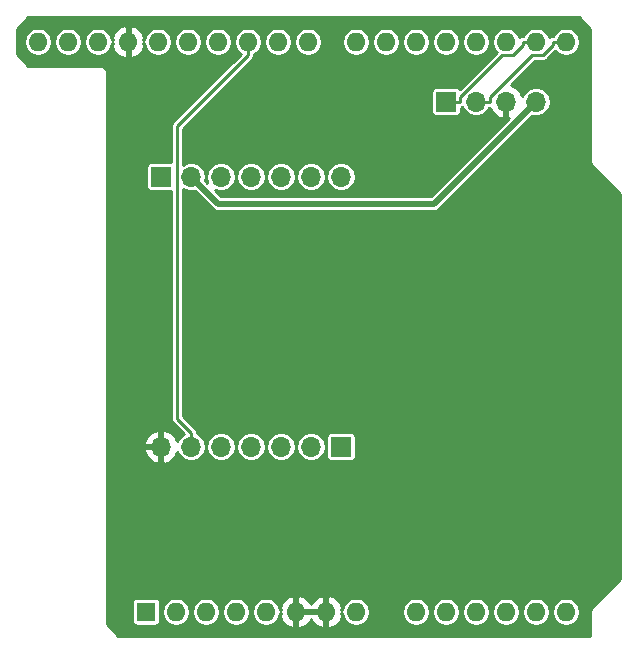
<source format=gbr>
G04 #@! TF.GenerationSoftware,KiCad,Pcbnew,5.0.2-bee76a0~70~ubuntu18.04.1*
G04 #@! TF.CreationDate,2019-01-17T16:48:38+08:00*
G04 #@! TF.ProjectId,inAir9B Shield,696e4169-7239-4422-9053-6869656c642e,rev?*
G04 #@! TF.SameCoordinates,Original*
G04 #@! TF.FileFunction,Copper,L2,Bot*
G04 #@! TF.FilePolarity,Positive*
%FSLAX46Y46*%
G04 Gerber Fmt 4.6, Leading zero omitted, Abs format (unit mm)*
G04 Created by KiCad (PCBNEW 5.0.2-bee76a0~70~ubuntu18.04.1) date Thu Jan 17 16:48:38 2019*
%MOMM*%
%LPD*%
G01*
G04 APERTURE LIST*
G04 #@! TA.AperFunction,ComponentPad*
%ADD10O,1.600000X1.600000*%
G04 #@! TD*
G04 #@! TA.AperFunction,ComponentPad*
%ADD11R,1.600000X1.600000*%
G04 #@! TD*
G04 #@! TA.AperFunction,ComponentPad*
%ADD12R,1.700000X1.700000*%
G04 #@! TD*
G04 #@! TA.AperFunction,ComponentPad*
%ADD13O,1.700000X1.700000*%
G04 #@! TD*
G04 #@! TA.AperFunction,ViaPad*
%ADD14C,0.800000*%
G04 #@! TD*
G04 #@! TA.AperFunction,Conductor*
%ADD15C,0.250000*%
G04 #@! TD*
G04 #@! TA.AperFunction,Conductor*
%ADD16C,0.500000*%
G04 #@! TD*
G04 #@! TA.AperFunction,Conductor*
%ADD17C,0.254000*%
G04 #@! TD*
G04 APERTURE END LIST*
D10*
G04 #@! TO.P,A1,32*
G04 #@! TO.N,Net-(A1-Pad32)*
X114050000Y-66040000D03*
G04 #@! TO.P,A1,31*
G04 #@! TO.N,Net-(A1-Pad31)*
X116590000Y-66040000D03*
D11*
G04 #@! TO.P,A1,1*
G04 #@! TO.N,Net-(A1-Pad1)*
X123190000Y-114300000D03*
D10*
G04 #@! TO.P,A1,17*
G04 #@! TO.N,/D0*
X153670000Y-66040000D03*
G04 #@! TO.P,A1,2*
G04 #@! TO.N,Net-(A1-Pad2)*
X125730000Y-114300000D03*
G04 #@! TO.P,A1,18*
G04 #@! TO.N,Net-(A1-Pad18)*
X151130000Y-66040000D03*
G04 #@! TO.P,A1,3*
G04 #@! TO.N,Net-(A1-Pad3)*
X128270000Y-114300000D03*
G04 #@! TO.P,A1,19*
G04 #@! TO.N,Net-(A1-Pad19)*
X148590000Y-66040000D03*
G04 #@! TO.P,A1,4*
G04 #@! TO.N,+3V3*
X130810000Y-114300000D03*
G04 #@! TO.P,A1,20*
G04 #@! TO.N,Net-(A1-Pad20)*
X146050000Y-66040000D03*
G04 #@! TO.P,A1,5*
G04 #@! TO.N,Net-(A1-Pad5)*
X133350000Y-114300000D03*
G04 #@! TO.P,A1,21*
G04 #@! TO.N,/D1*
X143510000Y-66040000D03*
G04 #@! TO.P,A1,6*
G04 #@! TO.N,GND*
X135890000Y-114300000D03*
G04 #@! TO.P,A1,22*
G04 #@! TO.N,/D2*
X140970000Y-66040000D03*
G04 #@! TO.P,A1,7*
G04 #@! TO.N,GND*
X138430000Y-114300000D03*
G04 #@! TO.P,A1,23*
G04 #@! TO.N,Net-(A1-Pad23)*
X136910000Y-66040000D03*
G04 #@! TO.P,A1,8*
G04 #@! TO.N,Net-(A1-Pad8)*
X140970000Y-114300000D03*
G04 #@! TO.P,A1,24*
G04 #@! TO.N,/RST*
X134370000Y-66040000D03*
G04 #@! TO.P,A1,9*
G04 #@! TO.N,Net-(A1-Pad9)*
X146050000Y-114300000D03*
G04 #@! TO.P,A1,25*
G04 #@! TO.N,/CS*
X131830000Y-66040000D03*
G04 #@! TO.P,A1,10*
G04 #@! TO.N,Net-(A1-Pad10)*
X148590000Y-114300000D03*
G04 #@! TO.P,A1,26*
G04 #@! TO.N,/MOSI*
X129290000Y-66040000D03*
G04 #@! TO.P,A1,11*
G04 #@! TO.N,Net-(A1-Pad11)*
X151130000Y-114300000D03*
G04 #@! TO.P,A1,27*
G04 #@! TO.N,/MISO*
X126750000Y-66040000D03*
G04 #@! TO.P,A1,12*
G04 #@! TO.N,Net-(A1-Pad12)*
X153670000Y-114300000D03*
G04 #@! TO.P,A1,28*
G04 #@! TO.N,/SCK*
X124210000Y-66040000D03*
G04 #@! TO.P,A1,13*
G04 #@! TO.N,Net-(A1-Pad13)*
X156210000Y-114300000D03*
G04 #@! TO.P,A1,29*
G04 #@! TO.N,GND*
X121670000Y-66040000D03*
G04 #@! TO.P,A1,14*
G04 #@! TO.N,Net-(A1-Pad14)*
X158750000Y-114300000D03*
G04 #@! TO.P,A1,30*
G04 #@! TO.N,Net-(A1-Pad30)*
X119130000Y-66040000D03*
G04 #@! TO.P,A1,15*
G04 #@! TO.N,Net-(A1-Pad15)*
X158750000Y-66040000D03*
G04 #@! TO.P,A1,16*
G04 #@! TO.N,Net-(A1-Pad16)*
X156210000Y-66040000D03*
G04 #@! TD*
D12*
G04 #@! TO.P,J1,1*
G04 #@! TO.N,Net-(A1-Pad16)*
X148590000Y-71120000D03*
D13*
G04 #@! TO.P,J1,2*
G04 #@! TO.N,Net-(A1-Pad15)*
X151130000Y-71120000D03*
G04 #@! TO.P,J1,3*
G04 #@! TO.N,GND*
X153670000Y-71120000D03*
G04 #@! TO.P,J1,4*
G04 #@! TO.N,+3V3*
X156210000Y-71120000D03*
G04 #@! TD*
G04 #@! TO.P,J2,7*
G04 #@! TO.N,GND*
X124460000Y-100330000D03*
G04 #@! TO.P,J2,6*
G04 #@! TO.N,/CS*
X127000000Y-100330000D03*
G04 #@! TO.P,J2,5*
G04 #@! TO.N,Net-(J2-Pad5)*
X129540000Y-100330000D03*
G04 #@! TO.P,J2,4*
G04 #@! TO.N,/RST*
X132080000Y-100330000D03*
G04 #@! TO.P,J2,3*
G04 #@! TO.N,/D0*
X134620000Y-100330000D03*
G04 #@! TO.P,J2,2*
G04 #@! TO.N,/D1*
X137160000Y-100330000D03*
D12*
G04 #@! TO.P,J2,1*
G04 #@! TO.N,/D2*
X139700000Y-100330000D03*
G04 #@! TD*
G04 #@! TO.P,J3,1*
G04 #@! TO.N,Net-(J3-Pad1)*
X124460000Y-77470000D03*
D13*
G04 #@! TO.P,J3,2*
G04 #@! TO.N,+3V3*
X127000000Y-77470000D03*
G04 #@! TO.P,J3,3*
G04 #@! TO.N,/SCK*
X129540000Y-77470000D03*
G04 #@! TO.P,J3,4*
G04 #@! TO.N,/MISO*
X132080000Y-77470000D03*
G04 #@! TO.P,J3,5*
G04 #@! TO.N,/MOSI*
X134620000Y-77470000D03*
G04 #@! TO.P,J3,6*
G04 #@! TO.N,Net-(J3-Pad6)*
X137160000Y-77470000D03*
G04 #@! TO.P,J3,7*
G04 #@! TO.N,Net-(J3-Pad7)*
X139700000Y-77470000D03*
G04 #@! TD*
D14*
G04 #@! TO.N,GND*
X137160000Y-87630000D03*
X139700000Y-87630000D03*
X142240000Y-87630000D03*
X137160000Y-72390000D03*
X149860000Y-75946000D03*
X139700000Y-72390000D03*
X154940000Y-74930000D03*
G04 #@! TD*
D15*
G04 #@! TO.N,+3V3*
X127000000Y-77470000D02*
X127588000Y-77470000D01*
D16*
X127000000Y-77470000D02*
X129286000Y-79756000D01*
X155360001Y-71969999D02*
X156210000Y-71120000D01*
X147574000Y-79756000D02*
X155360001Y-71969999D01*
X129286000Y-79756000D02*
X147574000Y-79756000D01*
D15*
G04 #@! TO.N,/CS*
X127000000Y-100330000D02*
X127000000Y-99154700D01*
X127000000Y-99154700D02*
X125806000Y-97960700D01*
X125806000Y-97960700D02*
X125806000Y-73189300D01*
X125806000Y-73189300D02*
X131830000Y-67165300D01*
X131830000Y-67165300D02*
X131830000Y-66040000D01*
G04 #@! TO.N,Net-(A1-Pad15)*
X151130000Y-71120000D02*
X152305000Y-71120000D01*
X152305000Y-71120000D02*
X152305000Y-70752600D01*
X152305000Y-70752600D02*
X155893000Y-67165300D01*
X155893000Y-67165300D02*
X156781000Y-67165300D01*
X156781000Y-67165300D02*
X157625000Y-66321400D01*
X157625000Y-66321400D02*
X157625000Y-66040000D01*
X157625000Y-66040000D02*
X158750000Y-66040000D01*
G04 #@! TO.N,Net-(A1-Pad16)*
X148590000Y-71120000D02*
X149765000Y-71120000D01*
X149765000Y-71120000D02*
X149765000Y-70752600D01*
X149765000Y-70752600D02*
X153353000Y-67165300D01*
X153353000Y-67165300D02*
X154241000Y-67165300D01*
X154241000Y-67165300D02*
X155085000Y-66321400D01*
X155085000Y-66321400D02*
X155085000Y-66040000D01*
X155085000Y-66040000D02*
X156210000Y-66040000D01*
G04 #@! TD*
D17*
G04 #@! TO.N,GND*
G36*
X160809001Y-64969237D02*
X160809000Y-76152631D01*
X160799578Y-76200000D01*
X160809000Y-76247369D01*
X160809000Y-76247372D01*
X160836908Y-76387676D01*
X160943219Y-76546781D01*
X160983380Y-76573616D01*
X163349001Y-78939237D01*
X163349000Y-111560764D01*
X160983378Y-113926386D01*
X160943220Y-113953219D01*
X160916387Y-113993377D01*
X160916384Y-113993380D01*
X160836908Y-114112324D01*
X160799578Y-114300000D01*
X160809001Y-114347374D01*
X160809000Y-116359000D01*
X120849236Y-116359000D01*
X119861000Y-115370764D01*
X119861000Y-113500000D01*
X122001536Y-113500000D01*
X122001536Y-115100000D01*
X122031106Y-115248659D01*
X122115314Y-115374686D01*
X122241341Y-115458894D01*
X122390000Y-115488464D01*
X123990000Y-115488464D01*
X124138659Y-115458894D01*
X124264686Y-115374686D01*
X124348894Y-115248659D01*
X124378464Y-115100000D01*
X124378464Y-114300000D01*
X124525863Y-114300000D01*
X124617522Y-114760803D01*
X124878547Y-115151453D01*
X125269197Y-115412478D01*
X125613682Y-115481000D01*
X125846318Y-115481000D01*
X126190803Y-115412478D01*
X126581453Y-115151453D01*
X126842478Y-114760803D01*
X126934137Y-114300000D01*
X127065863Y-114300000D01*
X127157522Y-114760803D01*
X127418547Y-115151453D01*
X127809197Y-115412478D01*
X128153682Y-115481000D01*
X128386318Y-115481000D01*
X128730803Y-115412478D01*
X129121453Y-115151453D01*
X129382478Y-114760803D01*
X129474137Y-114300000D01*
X129605863Y-114300000D01*
X129697522Y-114760803D01*
X129958547Y-115151453D01*
X130349197Y-115412478D01*
X130693682Y-115481000D01*
X130926318Y-115481000D01*
X131270803Y-115412478D01*
X131661453Y-115151453D01*
X131922478Y-114760803D01*
X132014137Y-114300000D01*
X132145863Y-114300000D01*
X132237522Y-114760803D01*
X132498547Y-115151453D01*
X132889197Y-115412478D01*
X133233682Y-115481000D01*
X133466318Y-115481000D01*
X133810803Y-115412478D01*
X134201453Y-115151453D01*
X134462478Y-114760803D01*
X134528875Y-114427002D01*
X134619370Y-114427002D01*
X134498086Y-114649041D01*
X134737611Y-115155134D01*
X135152577Y-115531041D01*
X135540961Y-115691904D01*
X135763000Y-115569915D01*
X135763000Y-114427000D01*
X136017000Y-114427000D01*
X136017000Y-115569915D01*
X136239039Y-115691904D01*
X136627423Y-115531041D01*
X137042389Y-115155134D01*
X137160000Y-114906633D01*
X137277611Y-115155134D01*
X137692577Y-115531041D01*
X138080961Y-115691904D01*
X138303000Y-115569915D01*
X138303000Y-114427000D01*
X136017000Y-114427000D01*
X135763000Y-114427000D01*
X135743000Y-114427000D01*
X135743000Y-114173000D01*
X135763000Y-114173000D01*
X135763000Y-113030085D01*
X136017000Y-113030085D01*
X136017000Y-114173000D01*
X138303000Y-114173000D01*
X138303000Y-113030085D01*
X138557000Y-113030085D01*
X138557000Y-114173000D01*
X138577000Y-114173000D01*
X138577000Y-114427000D01*
X138557000Y-114427000D01*
X138557000Y-115569915D01*
X138779039Y-115691904D01*
X139167423Y-115531041D01*
X139582389Y-115155134D01*
X139821914Y-114649041D01*
X139700630Y-114427002D01*
X139791125Y-114427002D01*
X139857522Y-114760803D01*
X140118547Y-115151453D01*
X140509197Y-115412478D01*
X140853682Y-115481000D01*
X141086318Y-115481000D01*
X141430803Y-115412478D01*
X141821453Y-115151453D01*
X142082478Y-114760803D01*
X142174137Y-114300000D01*
X144845863Y-114300000D01*
X144937522Y-114760803D01*
X145198547Y-115151453D01*
X145589197Y-115412478D01*
X145933682Y-115481000D01*
X146166318Y-115481000D01*
X146510803Y-115412478D01*
X146901453Y-115151453D01*
X147162478Y-114760803D01*
X147254137Y-114300000D01*
X147385863Y-114300000D01*
X147477522Y-114760803D01*
X147738547Y-115151453D01*
X148129197Y-115412478D01*
X148473682Y-115481000D01*
X148706318Y-115481000D01*
X149050803Y-115412478D01*
X149441453Y-115151453D01*
X149702478Y-114760803D01*
X149794137Y-114300000D01*
X149925863Y-114300000D01*
X150017522Y-114760803D01*
X150278547Y-115151453D01*
X150669197Y-115412478D01*
X151013682Y-115481000D01*
X151246318Y-115481000D01*
X151590803Y-115412478D01*
X151981453Y-115151453D01*
X152242478Y-114760803D01*
X152334137Y-114300000D01*
X152465863Y-114300000D01*
X152557522Y-114760803D01*
X152818547Y-115151453D01*
X153209197Y-115412478D01*
X153553682Y-115481000D01*
X153786318Y-115481000D01*
X154130803Y-115412478D01*
X154521453Y-115151453D01*
X154782478Y-114760803D01*
X154874137Y-114300000D01*
X155005863Y-114300000D01*
X155097522Y-114760803D01*
X155358547Y-115151453D01*
X155749197Y-115412478D01*
X156093682Y-115481000D01*
X156326318Y-115481000D01*
X156670803Y-115412478D01*
X157061453Y-115151453D01*
X157322478Y-114760803D01*
X157414137Y-114300000D01*
X157545863Y-114300000D01*
X157637522Y-114760803D01*
X157898547Y-115151453D01*
X158289197Y-115412478D01*
X158633682Y-115481000D01*
X158866318Y-115481000D01*
X159210803Y-115412478D01*
X159601453Y-115151453D01*
X159862478Y-114760803D01*
X159954137Y-114300000D01*
X159862478Y-113839197D01*
X159601453Y-113448547D01*
X159210803Y-113187522D01*
X158866318Y-113119000D01*
X158633682Y-113119000D01*
X158289197Y-113187522D01*
X157898547Y-113448547D01*
X157637522Y-113839197D01*
X157545863Y-114300000D01*
X157414137Y-114300000D01*
X157322478Y-113839197D01*
X157061453Y-113448547D01*
X156670803Y-113187522D01*
X156326318Y-113119000D01*
X156093682Y-113119000D01*
X155749197Y-113187522D01*
X155358547Y-113448547D01*
X155097522Y-113839197D01*
X155005863Y-114300000D01*
X154874137Y-114300000D01*
X154782478Y-113839197D01*
X154521453Y-113448547D01*
X154130803Y-113187522D01*
X153786318Y-113119000D01*
X153553682Y-113119000D01*
X153209197Y-113187522D01*
X152818547Y-113448547D01*
X152557522Y-113839197D01*
X152465863Y-114300000D01*
X152334137Y-114300000D01*
X152242478Y-113839197D01*
X151981453Y-113448547D01*
X151590803Y-113187522D01*
X151246318Y-113119000D01*
X151013682Y-113119000D01*
X150669197Y-113187522D01*
X150278547Y-113448547D01*
X150017522Y-113839197D01*
X149925863Y-114300000D01*
X149794137Y-114300000D01*
X149702478Y-113839197D01*
X149441453Y-113448547D01*
X149050803Y-113187522D01*
X148706318Y-113119000D01*
X148473682Y-113119000D01*
X148129197Y-113187522D01*
X147738547Y-113448547D01*
X147477522Y-113839197D01*
X147385863Y-114300000D01*
X147254137Y-114300000D01*
X147162478Y-113839197D01*
X146901453Y-113448547D01*
X146510803Y-113187522D01*
X146166318Y-113119000D01*
X145933682Y-113119000D01*
X145589197Y-113187522D01*
X145198547Y-113448547D01*
X144937522Y-113839197D01*
X144845863Y-114300000D01*
X142174137Y-114300000D01*
X142082478Y-113839197D01*
X141821453Y-113448547D01*
X141430803Y-113187522D01*
X141086318Y-113119000D01*
X140853682Y-113119000D01*
X140509197Y-113187522D01*
X140118547Y-113448547D01*
X139857522Y-113839197D01*
X139791125Y-114172998D01*
X139700630Y-114172998D01*
X139821914Y-113950959D01*
X139582389Y-113444866D01*
X139167423Y-113068959D01*
X138779039Y-112908096D01*
X138557000Y-113030085D01*
X138303000Y-113030085D01*
X138080961Y-112908096D01*
X137692577Y-113068959D01*
X137277611Y-113444866D01*
X137160000Y-113693367D01*
X137042389Y-113444866D01*
X136627423Y-113068959D01*
X136239039Y-112908096D01*
X136017000Y-113030085D01*
X135763000Y-113030085D01*
X135540961Y-112908096D01*
X135152577Y-113068959D01*
X134737611Y-113444866D01*
X134498086Y-113950959D01*
X134619370Y-114172998D01*
X134528875Y-114172998D01*
X134462478Y-113839197D01*
X134201453Y-113448547D01*
X133810803Y-113187522D01*
X133466318Y-113119000D01*
X133233682Y-113119000D01*
X132889197Y-113187522D01*
X132498547Y-113448547D01*
X132237522Y-113839197D01*
X132145863Y-114300000D01*
X132014137Y-114300000D01*
X131922478Y-113839197D01*
X131661453Y-113448547D01*
X131270803Y-113187522D01*
X130926318Y-113119000D01*
X130693682Y-113119000D01*
X130349197Y-113187522D01*
X129958547Y-113448547D01*
X129697522Y-113839197D01*
X129605863Y-114300000D01*
X129474137Y-114300000D01*
X129382478Y-113839197D01*
X129121453Y-113448547D01*
X128730803Y-113187522D01*
X128386318Y-113119000D01*
X128153682Y-113119000D01*
X127809197Y-113187522D01*
X127418547Y-113448547D01*
X127157522Y-113839197D01*
X127065863Y-114300000D01*
X126934137Y-114300000D01*
X126842478Y-113839197D01*
X126581453Y-113448547D01*
X126190803Y-113187522D01*
X125846318Y-113119000D01*
X125613682Y-113119000D01*
X125269197Y-113187522D01*
X124878547Y-113448547D01*
X124617522Y-113839197D01*
X124525863Y-114300000D01*
X124378464Y-114300000D01*
X124378464Y-113500000D01*
X124348894Y-113351341D01*
X124264686Y-113225314D01*
X124138659Y-113141106D01*
X123990000Y-113111536D01*
X122390000Y-113111536D01*
X122241341Y-113141106D01*
X122115314Y-113225314D01*
X122031106Y-113351341D01*
X122001536Y-113500000D01*
X119861000Y-113500000D01*
X119861000Y-100686892D01*
X123018514Y-100686892D01*
X123264817Y-101211358D01*
X123693076Y-101601645D01*
X124103110Y-101771476D01*
X124333000Y-101650155D01*
X124333000Y-100457000D01*
X123139181Y-100457000D01*
X123018514Y-100686892D01*
X119861000Y-100686892D01*
X119861000Y-99973108D01*
X123018514Y-99973108D01*
X123139181Y-100203000D01*
X124333000Y-100203000D01*
X124333000Y-99009845D01*
X124103110Y-98888524D01*
X123693076Y-99058355D01*
X123264817Y-99448642D01*
X123018514Y-99973108D01*
X119861000Y-99973108D01*
X119861000Y-76620000D01*
X123221536Y-76620000D01*
X123221536Y-78320000D01*
X123251106Y-78468659D01*
X123335314Y-78594686D01*
X123461341Y-78678894D01*
X123610000Y-78708464D01*
X125300001Y-78708464D01*
X125300000Y-97910866D01*
X125290087Y-97960700D01*
X125300000Y-98010534D01*
X125329359Y-98158130D01*
X125441194Y-98325506D01*
X125483447Y-98353738D01*
X126388074Y-99258366D01*
X126112499Y-99442499D01*
X125842245Y-99846963D01*
X125655183Y-99448642D01*
X125226924Y-99058355D01*
X124816890Y-98888524D01*
X124587000Y-99009845D01*
X124587000Y-100203000D01*
X124607000Y-100203000D01*
X124607000Y-100457000D01*
X124587000Y-100457000D01*
X124587000Y-101650155D01*
X124816890Y-101771476D01*
X125226924Y-101601645D01*
X125655183Y-101211358D01*
X125842245Y-100813037D01*
X126112499Y-101217501D01*
X126519688Y-101489576D01*
X126878761Y-101561000D01*
X127121239Y-101561000D01*
X127480312Y-101489576D01*
X127887501Y-101217501D01*
X128159576Y-100810312D01*
X128255116Y-100330000D01*
X128284884Y-100330000D01*
X128380424Y-100810312D01*
X128652499Y-101217501D01*
X129059688Y-101489576D01*
X129418761Y-101561000D01*
X129661239Y-101561000D01*
X130020312Y-101489576D01*
X130427501Y-101217501D01*
X130699576Y-100810312D01*
X130795116Y-100330000D01*
X130824884Y-100330000D01*
X130920424Y-100810312D01*
X131192499Y-101217501D01*
X131599688Y-101489576D01*
X131958761Y-101561000D01*
X132201239Y-101561000D01*
X132560312Y-101489576D01*
X132967501Y-101217501D01*
X133239576Y-100810312D01*
X133335116Y-100330000D01*
X133364884Y-100330000D01*
X133460424Y-100810312D01*
X133732499Y-101217501D01*
X134139688Y-101489576D01*
X134498761Y-101561000D01*
X134741239Y-101561000D01*
X135100312Y-101489576D01*
X135507501Y-101217501D01*
X135779576Y-100810312D01*
X135875116Y-100330000D01*
X135904884Y-100330000D01*
X136000424Y-100810312D01*
X136272499Y-101217501D01*
X136679688Y-101489576D01*
X137038761Y-101561000D01*
X137281239Y-101561000D01*
X137640312Y-101489576D01*
X138047501Y-101217501D01*
X138319576Y-100810312D01*
X138415116Y-100330000D01*
X138319576Y-99849688D01*
X138072559Y-99480000D01*
X138461536Y-99480000D01*
X138461536Y-101180000D01*
X138491106Y-101328659D01*
X138575314Y-101454686D01*
X138701341Y-101538894D01*
X138850000Y-101568464D01*
X140550000Y-101568464D01*
X140698659Y-101538894D01*
X140824686Y-101454686D01*
X140908894Y-101328659D01*
X140938464Y-101180000D01*
X140938464Y-99480000D01*
X140908894Y-99331341D01*
X140824686Y-99205314D01*
X140698659Y-99121106D01*
X140550000Y-99091536D01*
X138850000Y-99091536D01*
X138701341Y-99121106D01*
X138575314Y-99205314D01*
X138491106Y-99331341D01*
X138461536Y-99480000D01*
X138072559Y-99480000D01*
X138047501Y-99442499D01*
X137640312Y-99170424D01*
X137281239Y-99099000D01*
X137038761Y-99099000D01*
X136679688Y-99170424D01*
X136272499Y-99442499D01*
X136000424Y-99849688D01*
X135904884Y-100330000D01*
X135875116Y-100330000D01*
X135779576Y-99849688D01*
X135507501Y-99442499D01*
X135100312Y-99170424D01*
X134741239Y-99099000D01*
X134498761Y-99099000D01*
X134139688Y-99170424D01*
X133732499Y-99442499D01*
X133460424Y-99849688D01*
X133364884Y-100330000D01*
X133335116Y-100330000D01*
X133239576Y-99849688D01*
X132967501Y-99442499D01*
X132560312Y-99170424D01*
X132201239Y-99099000D01*
X131958761Y-99099000D01*
X131599688Y-99170424D01*
X131192499Y-99442499D01*
X130920424Y-99849688D01*
X130824884Y-100330000D01*
X130795116Y-100330000D01*
X130699576Y-99849688D01*
X130427501Y-99442499D01*
X130020312Y-99170424D01*
X129661239Y-99099000D01*
X129418761Y-99099000D01*
X129059688Y-99170424D01*
X128652499Y-99442499D01*
X128380424Y-99849688D01*
X128284884Y-100330000D01*
X128255116Y-100330000D01*
X128159576Y-99849688D01*
X127887501Y-99442499D01*
X127508975Y-99189576D01*
X127515913Y-99154700D01*
X127504833Y-99099000D01*
X127476641Y-98957269D01*
X127364806Y-98789894D01*
X127322555Y-98761663D01*
X126312000Y-97751109D01*
X126312000Y-78490803D01*
X126519688Y-78629576D01*
X126878761Y-78701000D01*
X127121239Y-78701000D01*
X127302564Y-78664932D01*
X128795869Y-80158238D01*
X128831074Y-80210926D01*
X129039796Y-80350389D01*
X129223852Y-80387000D01*
X129285999Y-80399362D01*
X129348146Y-80387000D01*
X147511852Y-80387000D01*
X147574000Y-80399362D01*
X147636148Y-80387000D01*
X147820204Y-80350389D01*
X148028926Y-80210926D01*
X148064133Y-80158235D01*
X155850130Y-72372239D01*
X155850132Y-72372236D01*
X155907436Y-72314932D01*
X156088761Y-72351000D01*
X156331239Y-72351000D01*
X156690312Y-72279576D01*
X157097501Y-72007501D01*
X157369576Y-71600312D01*
X157465116Y-71120000D01*
X157369576Y-70639688D01*
X157097501Y-70232499D01*
X156690312Y-69960424D01*
X156331239Y-69889000D01*
X156088761Y-69889000D01*
X155729688Y-69960424D01*
X155322499Y-70232499D01*
X155052245Y-70636963D01*
X154865183Y-70238642D01*
X154436924Y-69848355D01*
X154075012Y-69698456D01*
X156102563Y-67671300D01*
X156731150Y-67671300D01*
X156780970Y-67681213D01*
X156830820Y-67671300D01*
X156830835Y-67671300D01*
X156883584Y-67660808D01*
X156978403Y-67641952D01*
X156978415Y-67641944D01*
X156978431Y-67641941D01*
X157076683Y-67576292D01*
X157103534Y-67558353D01*
X157103540Y-67558347D01*
X157145806Y-67530106D01*
X157174030Y-67487866D01*
X157847268Y-66814708D01*
X157898547Y-66891453D01*
X158289197Y-67152478D01*
X158633682Y-67221000D01*
X158866318Y-67221000D01*
X159210803Y-67152478D01*
X159601453Y-66891453D01*
X159862478Y-66500803D01*
X159954137Y-66040000D01*
X159862478Y-65579197D01*
X159601453Y-65188547D01*
X159210803Y-64927522D01*
X158866318Y-64859000D01*
X158633682Y-64859000D01*
X158289197Y-64927522D01*
X157898547Y-65188547D01*
X157668556Y-65532751D01*
X157625000Y-65524087D01*
X157575165Y-65534000D01*
X157427569Y-65563359D01*
X157332026Y-65627198D01*
X157322478Y-65579197D01*
X157061453Y-65188547D01*
X156670803Y-64927522D01*
X156326318Y-64859000D01*
X156093682Y-64859000D01*
X155749197Y-64927522D01*
X155358547Y-65188547D01*
X155128556Y-65532751D01*
X155085000Y-65524087D01*
X155035165Y-65534000D01*
X154887569Y-65563359D01*
X154792026Y-65627198D01*
X154782478Y-65579197D01*
X154521453Y-65188547D01*
X154130803Y-64927522D01*
X153786318Y-64859000D01*
X153553682Y-64859000D01*
X153209197Y-64927522D01*
X152818547Y-65188547D01*
X152557522Y-65579197D01*
X152465863Y-66040000D01*
X152557522Y-66500803D01*
X152818547Y-66891453D01*
X152874107Y-66928577D01*
X149751566Y-70050510D01*
X149714686Y-69995314D01*
X149588659Y-69911106D01*
X149440000Y-69881536D01*
X147740000Y-69881536D01*
X147591341Y-69911106D01*
X147465314Y-69995314D01*
X147381106Y-70121341D01*
X147351536Y-70270000D01*
X147351536Y-71970000D01*
X147381106Y-72118659D01*
X147465314Y-72244686D01*
X147591341Y-72328894D01*
X147740000Y-72358464D01*
X149440000Y-72358464D01*
X149588659Y-72328894D01*
X149714686Y-72244686D01*
X149798894Y-72118659D01*
X149828464Y-71970000D01*
X149828464Y-71623289D01*
X149962431Y-71596641D01*
X149968842Y-71592358D01*
X149970424Y-71600312D01*
X150242499Y-72007501D01*
X150649688Y-72279576D01*
X151008761Y-72351000D01*
X151251239Y-72351000D01*
X151610312Y-72279576D01*
X152017501Y-72007501D01*
X152270388Y-71629028D01*
X152303008Y-71635517D01*
X152474817Y-72001358D01*
X152903076Y-72391645D01*
X153313110Y-72561476D01*
X153543000Y-72440155D01*
X153543000Y-71247000D01*
X153523000Y-71247000D01*
X153523000Y-70993000D01*
X153543000Y-70993000D01*
X153543000Y-70973000D01*
X153797000Y-70973000D01*
X153797000Y-70993000D01*
X153817000Y-70993000D01*
X153817000Y-71247000D01*
X153797000Y-71247000D01*
X153797000Y-72440155D01*
X153928224Y-72509407D01*
X147312632Y-79125000D01*
X129547369Y-79125000D01*
X129036352Y-78613984D01*
X129059688Y-78629576D01*
X129418761Y-78701000D01*
X129661239Y-78701000D01*
X130020312Y-78629576D01*
X130427501Y-78357501D01*
X130699576Y-77950312D01*
X130795116Y-77470000D01*
X130824884Y-77470000D01*
X130920424Y-77950312D01*
X131192499Y-78357501D01*
X131599688Y-78629576D01*
X131958761Y-78701000D01*
X132201239Y-78701000D01*
X132560312Y-78629576D01*
X132967501Y-78357501D01*
X133239576Y-77950312D01*
X133335116Y-77470000D01*
X133364884Y-77470000D01*
X133460424Y-77950312D01*
X133732499Y-78357501D01*
X134139688Y-78629576D01*
X134498761Y-78701000D01*
X134741239Y-78701000D01*
X135100312Y-78629576D01*
X135507501Y-78357501D01*
X135779576Y-77950312D01*
X135875116Y-77470000D01*
X135904884Y-77470000D01*
X136000424Y-77950312D01*
X136272499Y-78357501D01*
X136679688Y-78629576D01*
X137038761Y-78701000D01*
X137281239Y-78701000D01*
X137640312Y-78629576D01*
X138047501Y-78357501D01*
X138319576Y-77950312D01*
X138415116Y-77470000D01*
X138444884Y-77470000D01*
X138540424Y-77950312D01*
X138812499Y-78357501D01*
X139219688Y-78629576D01*
X139578761Y-78701000D01*
X139821239Y-78701000D01*
X140180312Y-78629576D01*
X140587501Y-78357501D01*
X140859576Y-77950312D01*
X140955116Y-77470000D01*
X140859576Y-76989688D01*
X140587501Y-76582499D01*
X140180312Y-76310424D01*
X139821239Y-76239000D01*
X139578761Y-76239000D01*
X139219688Y-76310424D01*
X138812499Y-76582499D01*
X138540424Y-76989688D01*
X138444884Y-77470000D01*
X138415116Y-77470000D01*
X138319576Y-76989688D01*
X138047501Y-76582499D01*
X137640312Y-76310424D01*
X137281239Y-76239000D01*
X137038761Y-76239000D01*
X136679688Y-76310424D01*
X136272499Y-76582499D01*
X136000424Y-76989688D01*
X135904884Y-77470000D01*
X135875116Y-77470000D01*
X135779576Y-76989688D01*
X135507501Y-76582499D01*
X135100312Y-76310424D01*
X134741239Y-76239000D01*
X134498761Y-76239000D01*
X134139688Y-76310424D01*
X133732499Y-76582499D01*
X133460424Y-76989688D01*
X133364884Y-77470000D01*
X133335116Y-77470000D01*
X133239576Y-76989688D01*
X132967501Y-76582499D01*
X132560312Y-76310424D01*
X132201239Y-76239000D01*
X131958761Y-76239000D01*
X131599688Y-76310424D01*
X131192499Y-76582499D01*
X130920424Y-76989688D01*
X130824884Y-77470000D01*
X130795116Y-77470000D01*
X130699576Y-76989688D01*
X130427501Y-76582499D01*
X130020312Y-76310424D01*
X129661239Y-76239000D01*
X129418761Y-76239000D01*
X129059688Y-76310424D01*
X128652499Y-76582499D01*
X128380424Y-76989688D01*
X128284884Y-77470000D01*
X128380424Y-77950312D01*
X128396017Y-77973649D01*
X128194932Y-77772564D01*
X128255116Y-77470000D01*
X128159576Y-76989688D01*
X127887501Y-76582499D01*
X127480312Y-76310424D01*
X127121239Y-76239000D01*
X126878761Y-76239000D01*
X126519688Y-76310424D01*
X126312000Y-76449197D01*
X126312000Y-73398891D01*
X132152556Y-67558336D01*
X132194806Y-67530106D01*
X132306641Y-67362731D01*
X132336000Y-67215135D01*
X132336000Y-67215134D01*
X132345913Y-67165301D01*
X132337196Y-67121479D01*
X132681453Y-66891453D01*
X132942478Y-66500803D01*
X133034137Y-66040000D01*
X133165863Y-66040000D01*
X133257522Y-66500803D01*
X133518547Y-66891453D01*
X133909197Y-67152478D01*
X134253682Y-67221000D01*
X134486318Y-67221000D01*
X134830803Y-67152478D01*
X135221453Y-66891453D01*
X135482478Y-66500803D01*
X135574137Y-66040000D01*
X135705863Y-66040000D01*
X135797522Y-66500803D01*
X136058547Y-66891453D01*
X136449197Y-67152478D01*
X136793682Y-67221000D01*
X137026318Y-67221000D01*
X137370803Y-67152478D01*
X137761453Y-66891453D01*
X138022478Y-66500803D01*
X138114137Y-66040000D01*
X139765863Y-66040000D01*
X139857522Y-66500803D01*
X140118547Y-66891453D01*
X140509197Y-67152478D01*
X140853682Y-67221000D01*
X141086318Y-67221000D01*
X141430803Y-67152478D01*
X141821453Y-66891453D01*
X142082478Y-66500803D01*
X142174137Y-66040000D01*
X142305863Y-66040000D01*
X142397522Y-66500803D01*
X142658547Y-66891453D01*
X143049197Y-67152478D01*
X143393682Y-67221000D01*
X143626318Y-67221000D01*
X143970803Y-67152478D01*
X144361453Y-66891453D01*
X144622478Y-66500803D01*
X144714137Y-66040000D01*
X144845863Y-66040000D01*
X144937522Y-66500803D01*
X145198547Y-66891453D01*
X145589197Y-67152478D01*
X145933682Y-67221000D01*
X146166318Y-67221000D01*
X146510803Y-67152478D01*
X146901453Y-66891453D01*
X147162478Y-66500803D01*
X147254137Y-66040000D01*
X147385863Y-66040000D01*
X147477522Y-66500803D01*
X147738547Y-66891453D01*
X148129197Y-67152478D01*
X148473682Y-67221000D01*
X148706318Y-67221000D01*
X149050803Y-67152478D01*
X149441453Y-66891453D01*
X149702478Y-66500803D01*
X149794137Y-66040000D01*
X149925863Y-66040000D01*
X150017522Y-66500803D01*
X150278547Y-66891453D01*
X150669197Y-67152478D01*
X151013682Y-67221000D01*
X151246318Y-67221000D01*
X151590803Y-67152478D01*
X151981453Y-66891453D01*
X152242478Y-66500803D01*
X152334137Y-66040000D01*
X152242478Y-65579197D01*
X151981453Y-65188547D01*
X151590803Y-64927522D01*
X151246318Y-64859000D01*
X151013682Y-64859000D01*
X150669197Y-64927522D01*
X150278547Y-65188547D01*
X150017522Y-65579197D01*
X149925863Y-66040000D01*
X149794137Y-66040000D01*
X149702478Y-65579197D01*
X149441453Y-65188547D01*
X149050803Y-64927522D01*
X148706318Y-64859000D01*
X148473682Y-64859000D01*
X148129197Y-64927522D01*
X147738547Y-65188547D01*
X147477522Y-65579197D01*
X147385863Y-66040000D01*
X147254137Y-66040000D01*
X147162478Y-65579197D01*
X146901453Y-65188547D01*
X146510803Y-64927522D01*
X146166318Y-64859000D01*
X145933682Y-64859000D01*
X145589197Y-64927522D01*
X145198547Y-65188547D01*
X144937522Y-65579197D01*
X144845863Y-66040000D01*
X144714137Y-66040000D01*
X144622478Y-65579197D01*
X144361453Y-65188547D01*
X143970803Y-64927522D01*
X143626318Y-64859000D01*
X143393682Y-64859000D01*
X143049197Y-64927522D01*
X142658547Y-65188547D01*
X142397522Y-65579197D01*
X142305863Y-66040000D01*
X142174137Y-66040000D01*
X142082478Y-65579197D01*
X141821453Y-65188547D01*
X141430803Y-64927522D01*
X141086318Y-64859000D01*
X140853682Y-64859000D01*
X140509197Y-64927522D01*
X140118547Y-65188547D01*
X139857522Y-65579197D01*
X139765863Y-66040000D01*
X138114137Y-66040000D01*
X138022478Y-65579197D01*
X137761453Y-65188547D01*
X137370803Y-64927522D01*
X137026318Y-64859000D01*
X136793682Y-64859000D01*
X136449197Y-64927522D01*
X136058547Y-65188547D01*
X135797522Y-65579197D01*
X135705863Y-66040000D01*
X135574137Y-66040000D01*
X135482478Y-65579197D01*
X135221453Y-65188547D01*
X134830803Y-64927522D01*
X134486318Y-64859000D01*
X134253682Y-64859000D01*
X133909197Y-64927522D01*
X133518547Y-65188547D01*
X133257522Y-65579197D01*
X133165863Y-66040000D01*
X133034137Y-66040000D01*
X132942478Y-65579197D01*
X132681453Y-65188547D01*
X132290803Y-64927522D01*
X131946318Y-64859000D01*
X131713682Y-64859000D01*
X131369197Y-64927522D01*
X130978547Y-65188547D01*
X130717522Y-65579197D01*
X130625863Y-66040000D01*
X130717522Y-66500803D01*
X130978547Y-66891453D01*
X131224149Y-67055559D01*
X125483446Y-72796263D01*
X125441195Y-72824494D01*
X125329360Y-72991869D01*
X125290087Y-73189300D01*
X125300001Y-73239139D01*
X125300001Y-76231536D01*
X123610000Y-76231536D01*
X123461341Y-76261106D01*
X123335314Y-76345314D01*
X123251106Y-76471341D01*
X123221536Y-76620000D01*
X119861000Y-76620000D01*
X119861000Y-68627373D01*
X119870423Y-68580000D01*
X119833092Y-68392323D01*
X119726781Y-68233219D01*
X119567677Y-68126908D01*
X119427373Y-68099000D01*
X119380000Y-68089577D01*
X119332627Y-68099000D01*
X113229236Y-68099000D01*
X112241000Y-67110764D01*
X112241000Y-66040000D01*
X112845863Y-66040000D01*
X112937522Y-66500803D01*
X113198547Y-66891453D01*
X113589197Y-67152478D01*
X113933682Y-67221000D01*
X114166318Y-67221000D01*
X114510803Y-67152478D01*
X114901453Y-66891453D01*
X115162478Y-66500803D01*
X115254137Y-66040000D01*
X115385863Y-66040000D01*
X115477522Y-66500803D01*
X115738547Y-66891453D01*
X116129197Y-67152478D01*
X116473682Y-67221000D01*
X116706318Y-67221000D01*
X117050803Y-67152478D01*
X117441453Y-66891453D01*
X117702478Y-66500803D01*
X117794137Y-66040000D01*
X117925863Y-66040000D01*
X118017522Y-66500803D01*
X118278547Y-66891453D01*
X118669197Y-67152478D01*
X119013682Y-67221000D01*
X119246318Y-67221000D01*
X119590803Y-67152478D01*
X119981453Y-66891453D01*
X120242478Y-66500803D01*
X120308875Y-66167002D01*
X120399370Y-66167002D01*
X120278086Y-66389041D01*
X120517611Y-66895134D01*
X120932577Y-67271041D01*
X121320961Y-67431904D01*
X121543000Y-67309915D01*
X121543000Y-66167000D01*
X121523000Y-66167000D01*
X121523000Y-65913000D01*
X121543000Y-65913000D01*
X121543000Y-64770085D01*
X121797000Y-64770085D01*
X121797000Y-65913000D01*
X121817000Y-65913000D01*
X121817000Y-66167000D01*
X121797000Y-66167000D01*
X121797000Y-67309915D01*
X122019039Y-67431904D01*
X122407423Y-67271041D01*
X122822389Y-66895134D01*
X123061914Y-66389041D01*
X122940630Y-66167002D01*
X123031125Y-66167002D01*
X123097522Y-66500803D01*
X123358547Y-66891453D01*
X123749197Y-67152478D01*
X124093682Y-67221000D01*
X124326318Y-67221000D01*
X124670803Y-67152478D01*
X125061453Y-66891453D01*
X125322478Y-66500803D01*
X125414137Y-66040000D01*
X125545863Y-66040000D01*
X125637522Y-66500803D01*
X125898547Y-66891453D01*
X126289197Y-67152478D01*
X126633682Y-67221000D01*
X126866318Y-67221000D01*
X127210803Y-67152478D01*
X127601453Y-66891453D01*
X127862478Y-66500803D01*
X127954137Y-66040000D01*
X128085863Y-66040000D01*
X128177522Y-66500803D01*
X128438547Y-66891453D01*
X128829197Y-67152478D01*
X129173682Y-67221000D01*
X129406318Y-67221000D01*
X129750803Y-67152478D01*
X130141453Y-66891453D01*
X130402478Y-66500803D01*
X130494137Y-66040000D01*
X130402478Y-65579197D01*
X130141453Y-65188547D01*
X129750803Y-64927522D01*
X129406318Y-64859000D01*
X129173682Y-64859000D01*
X128829197Y-64927522D01*
X128438547Y-65188547D01*
X128177522Y-65579197D01*
X128085863Y-66040000D01*
X127954137Y-66040000D01*
X127862478Y-65579197D01*
X127601453Y-65188547D01*
X127210803Y-64927522D01*
X126866318Y-64859000D01*
X126633682Y-64859000D01*
X126289197Y-64927522D01*
X125898547Y-65188547D01*
X125637522Y-65579197D01*
X125545863Y-66040000D01*
X125414137Y-66040000D01*
X125322478Y-65579197D01*
X125061453Y-65188547D01*
X124670803Y-64927522D01*
X124326318Y-64859000D01*
X124093682Y-64859000D01*
X123749197Y-64927522D01*
X123358547Y-65188547D01*
X123097522Y-65579197D01*
X123031125Y-65912998D01*
X122940630Y-65912998D01*
X123061914Y-65690959D01*
X122822389Y-65184866D01*
X122407423Y-64808959D01*
X122019039Y-64648096D01*
X121797000Y-64770085D01*
X121543000Y-64770085D01*
X121320961Y-64648096D01*
X120932577Y-64808959D01*
X120517611Y-65184866D01*
X120278086Y-65690959D01*
X120399370Y-65912998D01*
X120308875Y-65912998D01*
X120242478Y-65579197D01*
X119981453Y-65188547D01*
X119590803Y-64927522D01*
X119246318Y-64859000D01*
X119013682Y-64859000D01*
X118669197Y-64927522D01*
X118278547Y-65188547D01*
X118017522Y-65579197D01*
X117925863Y-66040000D01*
X117794137Y-66040000D01*
X117702478Y-65579197D01*
X117441453Y-65188547D01*
X117050803Y-64927522D01*
X116706318Y-64859000D01*
X116473682Y-64859000D01*
X116129197Y-64927522D01*
X115738547Y-65188547D01*
X115477522Y-65579197D01*
X115385863Y-66040000D01*
X115254137Y-66040000D01*
X115162478Y-65579197D01*
X114901453Y-65188547D01*
X114510803Y-64927522D01*
X114166318Y-64859000D01*
X113933682Y-64859000D01*
X113589197Y-64927522D01*
X113198547Y-65188547D01*
X112937522Y-65579197D01*
X112845863Y-66040000D01*
X112241000Y-66040000D01*
X112241000Y-64969236D01*
X113229236Y-63981000D01*
X159820764Y-63981000D01*
X160809001Y-64969237D01*
X160809001Y-64969237D01*
G37*
X160809001Y-64969237D02*
X160809000Y-76152631D01*
X160799578Y-76200000D01*
X160809000Y-76247369D01*
X160809000Y-76247372D01*
X160836908Y-76387676D01*
X160943219Y-76546781D01*
X160983380Y-76573616D01*
X163349001Y-78939237D01*
X163349000Y-111560764D01*
X160983378Y-113926386D01*
X160943220Y-113953219D01*
X160916387Y-113993377D01*
X160916384Y-113993380D01*
X160836908Y-114112324D01*
X160799578Y-114300000D01*
X160809001Y-114347374D01*
X160809000Y-116359000D01*
X120849236Y-116359000D01*
X119861000Y-115370764D01*
X119861000Y-113500000D01*
X122001536Y-113500000D01*
X122001536Y-115100000D01*
X122031106Y-115248659D01*
X122115314Y-115374686D01*
X122241341Y-115458894D01*
X122390000Y-115488464D01*
X123990000Y-115488464D01*
X124138659Y-115458894D01*
X124264686Y-115374686D01*
X124348894Y-115248659D01*
X124378464Y-115100000D01*
X124378464Y-114300000D01*
X124525863Y-114300000D01*
X124617522Y-114760803D01*
X124878547Y-115151453D01*
X125269197Y-115412478D01*
X125613682Y-115481000D01*
X125846318Y-115481000D01*
X126190803Y-115412478D01*
X126581453Y-115151453D01*
X126842478Y-114760803D01*
X126934137Y-114300000D01*
X127065863Y-114300000D01*
X127157522Y-114760803D01*
X127418547Y-115151453D01*
X127809197Y-115412478D01*
X128153682Y-115481000D01*
X128386318Y-115481000D01*
X128730803Y-115412478D01*
X129121453Y-115151453D01*
X129382478Y-114760803D01*
X129474137Y-114300000D01*
X129605863Y-114300000D01*
X129697522Y-114760803D01*
X129958547Y-115151453D01*
X130349197Y-115412478D01*
X130693682Y-115481000D01*
X130926318Y-115481000D01*
X131270803Y-115412478D01*
X131661453Y-115151453D01*
X131922478Y-114760803D01*
X132014137Y-114300000D01*
X132145863Y-114300000D01*
X132237522Y-114760803D01*
X132498547Y-115151453D01*
X132889197Y-115412478D01*
X133233682Y-115481000D01*
X133466318Y-115481000D01*
X133810803Y-115412478D01*
X134201453Y-115151453D01*
X134462478Y-114760803D01*
X134528875Y-114427002D01*
X134619370Y-114427002D01*
X134498086Y-114649041D01*
X134737611Y-115155134D01*
X135152577Y-115531041D01*
X135540961Y-115691904D01*
X135763000Y-115569915D01*
X135763000Y-114427000D01*
X136017000Y-114427000D01*
X136017000Y-115569915D01*
X136239039Y-115691904D01*
X136627423Y-115531041D01*
X137042389Y-115155134D01*
X137160000Y-114906633D01*
X137277611Y-115155134D01*
X137692577Y-115531041D01*
X138080961Y-115691904D01*
X138303000Y-115569915D01*
X138303000Y-114427000D01*
X136017000Y-114427000D01*
X135763000Y-114427000D01*
X135743000Y-114427000D01*
X135743000Y-114173000D01*
X135763000Y-114173000D01*
X135763000Y-113030085D01*
X136017000Y-113030085D01*
X136017000Y-114173000D01*
X138303000Y-114173000D01*
X138303000Y-113030085D01*
X138557000Y-113030085D01*
X138557000Y-114173000D01*
X138577000Y-114173000D01*
X138577000Y-114427000D01*
X138557000Y-114427000D01*
X138557000Y-115569915D01*
X138779039Y-115691904D01*
X139167423Y-115531041D01*
X139582389Y-115155134D01*
X139821914Y-114649041D01*
X139700630Y-114427002D01*
X139791125Y-114427002D01*
X139857522Y-114760803D01*
X140118547Y-115151453D01*
X140509197Y-115412478D01*
X140853682Y-115481000D01*
X141086318Y-115481000D01*
X141430803Y-115412478D01*
X141821453Y-115151453D01*
X142082478Y-114760803D01*
X142174137Y-114300000D01*
X144845863Y-114300000D01*
X144937522Y-114760803D01*
X145198547Y-115151453D01*
X145589197Y-115412478D01*
X145933682Y-115481000D01*
X146166318Y-115481000D01*
X146510803Y-115412478D01*
X146901453Y-115151453D01*
X147162478Y-114760803D01*
X147254137Y-114300000D01*
X147385863Y-114300000D01*
X147477522Y-114760803D01*
X147738547Y-115151453D01*
X148129197Y-115412478D01*
X148473682Y-115481000D01*
X148706318Y-115481000D01*
X149050803Y-115412478D01*
X149441453Y-115151453D01*
X149702478Y-114760803D01*
X149794137Y-114300000D01*
X149925863Y-114300000D01*
X150017522Y-114760803D01*
X150278547Y-115151453D01*
X150669197Y-115412478D01*
X151013682Y-115481000D01*
X151246318Y-115481000D01*
X151590803Y-115412478D01*
X151981453Y-115151453D01*
X152242478Y-114760803D01*
X152334137Y-114300000D01*
X152465863Y-114300000D01*
X152557522Y-114760803D01*
X152818547Y-115151453D01*
X153209197Y-115412478D01*
X153553682Y-115481000D01*
X153786318Y-115481000D01*
X154130803Y-115412478D01*
X154521453Y-115151453D01*
X154782478Y-114760803D01*
X154874137Y-114300000D01*
X155005863Y-114300000D01*
X155097522Y-114760803D01*
X155358547Y-115151453D01*
X155749197Y-115412478D01*
X156093682Y-115481000D01*
X156326318Y-115481000D01*
X156670803Y-115412478D01*
X157061453Y-115151453D01*
X157322478Y-114760803D01*
X157414137Y-114300000D01*
X157545863Y-114300000D01*
X157637522Y-114760803D01*
X157898547Y-115151453D01*
X158289197Y-115412478D01*
X158633682Y-115481000D01*
X158866318Y-115481000D01*
X159210803Y-115412478D01*
X159601453Y-115151453D01*
X159862478Y-114760803D01*
X159954137Y-114300000D01*
X159862478Y-113839197D01*
X159601453Y-113448547D01*
X159210803Y-113187522D01*
X158866318Y-113119000D01*
X158633682Y-113119000D01*
X158289197Y-113187522D01*
X157898547Y-113448547D01*
X157637522Y-113839197D01*
X157545863Y-114300000D01*
X157414137Y-114300000D01*
X157322478Y-113839197D01*
X157061453Y-113448547D01*
X156670803Y-113187522D01*
X156326318Y-113119000D01*
X156093682Y-113119000D01*
X155749197Y-113187522D01*
X155358547Y-113448547D01*
X155097522Y-113839197D01*
X155005863Y-114300000D01*
X154874137Y-114300000D01*
X154782478Y-113839197D01*
X154521453Y-113448547D01*
X154130803Y-113187522D01*
X153786318Y-113119000D01*
X153553682Y-113119000D01*
X153209197Y-113187522D01*
X152818547Y-113448547D01*
X152557522Y-113839197D01*
X152465863Y-114300000D01*
X152334137Y-114300000D01*
X152242478Y-113839197D01*
X151981453Y-113448547D01*
X151590803Y-113187522D01*
X151246318Y-113119000D01*
X151013682Y-113119000D01*
X150669197Y-113187522D01*
X150278547Y-113448547D01*
X150017522Y-113839197D01*
X149925863Y-114300000D01*
X149794137Y-114300000D01*
X149702478Y-113839197D01*
X149441453Y-113448547D01*
X149050803Y-113187522D01*
X148706318Y-113119000D01*
X148473682Y-113119000D01*
X148129197Y-113187522D01*
X147738547Y-113448547D01*
X147477522Y-113839197D01*
X147385863Y-114300000D01*
X147254137Y-114300000D01*
X147162478Y-113839197D01*
X146901453Y-113448547D01*
X146510803Y-113187522D01*
X146166318Y-113119000D01*
X145933682Y-113119000D01*
X145589197Y-113187522D01*
X145198547Y-113448547D01*
X144937522Y-113839197D01*
X144845863Y-114300000D01*
X142174137Y-114300000D01*
X142082478Y-113839197D01*
X141821453Y-113448547D01*
X141430803Y-113187522D01*
X141086318Y-113119000D01*
X140853682Y-113119000D01*
X140509197Y-113187522D01*
X140118547Y-113448547D01*
X139857522Y-113839197D01*
X139791125Y-114172998D01*
X139700630Y-114172998D01*
X139821914Y-113950959D01*
X139582389Y-113444866D01*
X139167423Y-113068959D01*
X138779039Y-112908096D01*
X138557000Y-113030085D01*
X138303000Y-113030085D01*
X138080961Y-112908096D01*
X137692577Y-113068959D01*
X137277611Y-113444866D01*
X137160000Y-113693367D01*
X137042389Y-113444866D01*
X136627423Y-113068959D01*
X136239039Y-112908096D01*
X136017000Y-113030085D01*
X135763000Y-113030085D01*
X135540961Y-112908096D01*
X135152577Y-113068959D01*
X134737611Y-113444866D01*
X134498086Y-113950959D01*
X134619370Y-114172998D01*
X134528875Y-114172998D01*
X134462478Y-113839197D01*
X134201453Y-113448547D01*
X133810803Y-113187522D01*
X133466318Y-113119000D01*
X133233682Y-113119000D01*
X132889197Y-113187522D01*
X132498547Y-113448547D01*
X132237522Y-113839197D01*
X132145863Y-114300000D01*
X132014137Y-114300000D01*
X131922478Y-113839197D01*
X131661453Y-113448547D01*
X131270803Y-113187522D01*
X130926318Y-113119000D01*
X130693682Y-113119000D01*
X130349197Y-113187522D01*
X129958547Y-113448547D01*
X129697522Y-113839197D01*
X129605863Y-114300000D01*
X129474137Y-114300000D01*
X129382478Y-113839197D01*
X129121453Y-113448547D01*
X128730803Y-113187522D01*
X128386318Y-113119000D01*
X128153682Y-113119000D01*
X127809197Y-113187522D01*
X127418547Y-113448547D01*
X127157522Y-113839197D01*
X127065863Y-114300000D01*
X126934137Y-114300000D01*
X126842478Y-113839197D01*
X126581453Y-113448547D01*
X126190803Y-113187522D01*
X125846318Y-113119000D01*
X125613682Y-113119000D01*
X125269197Y-113187522D01*
X124878547Y-113448547D01*
X124617522Y-113839197D01*
X124525863Y-114300000D01*
X124378464Y-114300000D01*
X124378464Y-113500000D01*
X124348894Y-113351341D01*
X124264686Y-113225314D01*
X124138659Y-113141106D01*
X123990000Y-113111536D01*
X122390000Y-113111536D01*
X122241341Y-113141106D01*
X122115314Y-113225314D01*
X122031106Y-113351341D01*
X122001536Y-113500000D01*
X119861000Y-113500000D01*
X119861000Y-100686892D01*
X123018514Y-100686892D01*
X123264817Y-101211358D01*
X123693076Y-101601645D01*
X124103110Y-101771476D01*
X124333000Y-101650155D01*
X124333000Y-100457000D01*
X123139181Y-100457000D01*
X123018514Y-100686892D01*
X119861000Y-100686892D01*
X119861000Y-99973108D01*
X123018514Y-99973108D01*
X123139181Y-100203000D01*
X124333000Y-100203000D01*
X124333000Y-99009845D01*
X124103110Y-98888524D01*
X123693076Y-99058355D01*
X123264817Y-99448642D01*
X123018514Y-99973108D01*
X119861000Y-99973108D01*
X119861000Y-76620000D01*
X123221536Y-76620000D01*
X123221536Y-78320000D01*
X123251106Y-78468659D01*
X123335314Y-78594686D01*
X123461341Y-78678894D01*
X123610000Y-78708464D01*
X125300001Y-78708464D01*
X125300000Y-97910866D01*
X125290087Y-97960700D01*
X125300000Y-98010534D01*
X125329359Y-98158130D01*
X125441194Y-98325506D01*
X125483447Y-98353738D01*
X126388074Y-99258366D01*
X126112499Y-99442499D01*
X125842245Y-99846963D01*
X125655183Y-99448642D01*
X125226924Y-99058355D01*
X124816890Y-98888524D01*
X124587000Y-99009845D01*
X124587000Y-100203000D01*
X124607000Y-100203000D01*
X124607000Y-100457000D01*
X124587000Y-100457000D01*
X124587000Y-101650155D01*
X124816890Y-101771476D01*
X125226924Y-101601645D01*
X125655183Y-101211358D01*
X125842245Y-100813037D01*
X126112499Y-101217501D01*
X126519688Y-101489576D01*
X126878761Y-101561000D01*
X127121239Y-101561000D01*
X127480312Y-101489576D01*
X127887501Y-101217501D01*
X128159576Y-100810312D01*
X128255116Y-100330000D01*
X128284884Y-100330000D01*
X128380424Y-100810312D01*
X128652499Y-101217501D01*
X129059688Y-101489576D01*
X129418761Y-101561000D01*
X129661239Y-101561000D01*
X130020312Y-101489576D01*
X130427501Y-101217501D01*
X130699576Y-100810312D01*
X130795116Y-100330000D01*
X130824884Y-100330000D01*
X130920424Y-100810312D01*
X131192499Y-101217501D01*
X131599688Y-101489576D01*
X131958761Y-101561000D01*
X132201239Y-101561000D01*
X132560312Y-101489576D01*
X132967501Y-101217501D01*
X133239576Y-100810312D01*
X133335116Y-100330000D01*
X133364884Y-100330000D01*
X133460424Y-100810312D01*
X133732499Y-101217501D01*
X134139688Y-101489576D01*
X134498761Y-101561000D01*
X134741239Y-101561000D01*
X135100312Y-101489576D01*
X135507501Y-101217501D01*
X135779576Y-100810312D01*
X135875116Y-100330000D01*
X135904884Y-100330000D01*
X136000424Y-100810312D01*
X136272499Y-101217501D01*
X136679688Y-101489576D01*
X137038761Y-101561000D01*
X137281239Y-101561000D01*
X137640312Y-101489576D01*
X138047501Y-101217501D01*
X138319576Y-100810312D01*
X138415116Y-100330000D01*
X138319576Y-99849688D01*
X138072559Y-99480000D01*
X138461536Y-99480000D01*
X138461536Y-101180000D01*
X138491106Y-101328659D01*
X138575314Y-101454686D01*
X138701341Y-101538894D01*
X138850000Y-101568464D01*
X140550000Y-101568464D01*
X140698659Y-101538894D01*
X140824686Y-101454686D01*
X140908894Y-101328659D01*
X140938464Y-101180000D01*
X140938464Y-99480000D01*
X140908894Y-99331341D01*
X140824686Y-99205314D01*
X140698659Y-99121106D01*
X140550000Y-99091536D01*
X138850000Y-99091536D01*
X138701341Y-99121106D01*
X138575314Y-99205314D01*
X138491106Y-99331341D01*
X138461536Y-99480000D01*
X138072559Y-99480000D01*
X138047501Y-99442499D01*
X137640312Y-99170424D01*
X137281239Y-99099000D01*
X137038761Y-99099000D01*
X136679688Y-99170424D01*
X136272499Y-99442499D01*
X136000424Y-99849688D01*
X135904884Y-100330000D01*
X135875116Y-100330000D01*
X135779576Y-99849688D01*
X135507501Y-99442499D01*
X135100312Y-99170424D01*
X134741239Y-99099000D01*
X134498761Y-99099000D01*
X134139688Y-99170424D01*
X133732499Y-99442499D01*
X133460424Y-99849688D01*
X133364884Y-100330000D01*
X133335116Y-100330000D01*
X133239576Y-99849688D01*
X132967501Y-99442499D01*
X132560312Y-99170424D01*
X132201239Y-99099000D01*
X131958761Y-99099000D01*
X131599688Y-99170424D01*
X131192499Y-99442499D01*
X130920424Y-99849688D01*
X130824884Y-100330000D01*
X130795116Y-100330000D01*
X130699576Y-99849688D01*
X130427501Y-99442499D01*
X130020312Y-99170424D01*
X129661239Y-99099000D01*
X129418761Y-99099000D01*
X129059688Y-99170424D01*
X128652499Y-99442499D01*
X128380424Y-99849688D01*
X128284884Y-100330000D01*
X128255116Y-100330000D01*
X128159576Y-99849688D01*
X127887501Y-99442499D01*
X127508975Y-99189576D01*
X127515913Y-99154700D01*
X127504833Y-99099000D01*
X127476641Y-98957269D01*
X127364806Y-98789894D01*
X127322555Y-98761663D01*
X126312000Y-97751109D01*
X126312000Y-78490803D01*
X126519688Y-78629576D01*
X126878761Y-78701000D01*
X127121239Y-78701000D01*
X127302564Y-78664932D01*
X128795869Y-80158238D01*
X128831074Y-80210926D01*
X129039796Y-80350389D01*
X129223852Y-80387000D01*
X129285999Y-80399362D01*
X129348146Y-80387000D01*
X147511852Y-80387000D01*
X147574000Y-80399362D01*
X147636148Y-80387000D01*
X147820204Y-80350389D01*
X148028926Y-80210926D01*
X148064133Y-80158235D01*
X155850130Y-72372239D01*
X155850132Y-72372236D01*
X155907436Y-72314932D01*
X156088761Y-72351000D01*
X156331239Y-72351000D01*
X156690312Y-72279576D01*
X157097501Y-72007501D01*
X157369576Y-71600312D01*
X157465116Y-71120000D01*
X157369576Y-70639688D01*
X157097501Y-70232499D01*
X156690312Y-69960424D01*
X156331239Y-69889000D01*
X156088761Y-69889000D01*
X155729688Y-69960424D01*
X155322499Y-70232499D01*
X155052245Y-70636963D01*
X154865183Y-70238642D01*
X154436924Y-69848355D01*
X154075012Y-69698456D01*
X156102563Y-67671300D01*
X156731150Y-67671300D01*
X156780970Y-67681213D01*
X156830820Y-67671300D01*
X156830835Y-67671300D01*
X156883584Y-67660808D01*
X156978403Y-67641952D01*
X156978415Y-67641944D01*
X156978431Y-67641941D01*
X157076683Y-67576292D01*
X157103534Y-67558353D01*
X157103540Y-67558347D01*
X157145806Y-67530106D01*
X157174030Y-67487866D01*
X157847268Y-66814708D01*
X157898547Y-66891453D01*
X158289197Y-67152478D01*
X158633682Y-67221000D01*
X158866318Y-67221000D01*
X159210803Y-67152478D01*
X159601453Y-66891453D01*
X159862478Y-66500803D01*
X159954137Y-66040000D01*
X159862478Y-65579197D01*
X159601453Y-65188547D01*
X159210803Y-64927522D01*
X158866318Y-64859000D01*
X158633682Y-64859000D01*
X158289197Y-64927522D01*
X157898547Y-65188547D01*
X157668556Y-65532751D01*
X157625000Y-65524087D01*
X157575165Y-65534000D01*
X157427569Y-65563359D01*
X157332026Y-65627198D01*
X157322478Y-65579197D01*
X157061453Y-65188547D01*
X156670803Y-64927522D01*
X156326318Y-64859000D01*
X156093682Y-64859000D01*
X155749197Y-64927522D01*
X155358547Y-65188547D01*
X155128556Y-65532751D01*
X155085000Y-65524087D01*
X155035165Y-65534000D01*
X154887569Y-65563359D01*
X154792026Y-65627198D01*
X154782478Y-65579197D01*
X154521453Y-65188547D01*
X154130803Y-64927522D01*
X153786318Y-64859000D01*
X153553682Y-64859000D01*
X153209197Y-64927522D01*
X152818547Y-65188547D01*
X152557522Y-65579197D01*
X152465863Y-66040000D01*
X152557522Y-66500803D01*
X152818547Y-66891453D01*
X152874107Y-66928577D01*
X149751566Y-70050510D01*
X149714686Y-69995314D01*
X149588659Y-69911106D01*
X149440000Y-69881536D01*
X147740000Y-69881536D01*
X147591341Y-69911106D01*
X147465314Y-69995314D01*
X147381106Y-70121341D01*
X147351536Y-70270000D01*
X147351536Y-71970000D01*
X147381106Y-72118659D01*
X147465314Y-72244686D01*
X147591341Y-72328894D01*
X147740000Y-72358464D01*
X149440000Y-72358464D01*
X149588659Y-72328894D01*
X149714686Y-72244686D01*
X149798894Y-72118659D01*
X149828464Y-71970000D01*
X149828464Y-71623289D01*
X149962431Y-71596641D01*
X149968842Y-71592358D01*
X149970424Y-71600312D01*
X150242499Y-72007501D01*
X150649688Y-72279576D01*
X151008761Y-72351000D01*
X151251239Y-72351000D01*
X151610312Y-72279576D01*
X152017501Y-72007501D01*
X152270388Y-71629028D01*
X152303008Y-71635517D01*
X152474817Y-72001358D01*
X152903076Y-72391645D01*
X153313110Y-72561476D01*
X153543000Y-72440155D01*
X153543000Y-71247000D01*
X153523000Y-71247000D01*
X153523000Y-70993000D01*
X153543000Y-70993000D01*
X153543000Y-70973000D01*
X153797000Y-70973000D01*
X153797000Y-70993000D01*
X153817000Y-70993000D01*
X153817000Y-71247000D01*
X153797000Y-71247000D01*
X153797000Y-72440155D01*
X153928224Y-72509407D01*
X147312632Y-79125000D01*
X129547369Y-79125000D01*
X129036352Y-78613984D01*
X129059688Y-78629576D01*
X129418761Y-78701000D01*
X129661239Y-78701000D01*
X130020312Y-78629576D01*
X130427501Y-78357501D01*
X130699576Y-77950312D01*
X130795116Y-77470000D01*
X130824884Y-77470000D01*
X130920424Y-77950312D01*
X131192499Y-78357501D01*
X131599688Y-78629576D01*
X131958761Y-78701000D01*
X132201239Y-78701000D01*
X132560312Y-78629576D01*
X132967501Y-78357501D01*
X133239576Y-77950312D01*
X133335116Y-77470000D01*
X133364884Y-77470000D01*
X133460424Y-77950312D01*
X133732499Y-78357501D01*
X134139688Y-78629576D01*
X134498761Y-78701000D01*
X134741239Y-78701000D01*
X135100312Y-78629576D01*
X135507501Y-78357501D01*
X135779576Y-77950312D01*
X135875116Y-77470000D01*
X135904884Y-77470000D01*
X136000424Y-77950312D01*
X136272499Y-78357501D01*
X136679688Y-78629576D01*
X137038761Y-78701000D01*
X137281239Y-78701000D01*
X137640312Y-78629576D01*
X138047501Y-78357501D01*
X138319576Y-77950312D01*
X138415116Y-77470000D01*
X138444884Y-77470000D01*
X138540424Y-77950312D01*
X138812499Y-78357501D01*
X139219688Y-78629576D01*
X139578761Y-78701000D01*
X139821239Y-78701000D01*
X140180312Y-78629576D01*
X140587501Y-78357501D01*
X140859576Y-77950312D01*
X140955116Y-77470000D01*
X140859576Y-76989688D01*
X140587501Y-76582499D01*
X140180312Y-76310424D01*
X139821239Y-76239000D01*
X139578761Y-76239000D01*
X139219688Y-76310424D01*
X138812499Y-76582499D01*
X138540424Y-76989688D01*
X138444884Y-77470000D01*
X138415116Y-77470000D01*
X138319576Y-76989688D01*
X138047501Y-76582499D01*
X137640312Y-76310424D01*
X137281239Y-76239000D01*
X137038761Y-76239000D01*
X136679688Y-76310424D01*
X136272499Y-76582499D01*
X136000424Y-76989688D01*
X135904884Y-77470000D01*
X135875116Y-77470000D01*
X135779576Y-76989688D01*
X135507501Y-76582499D01*
X135100312Y-76310424D01*
X134741239Y-76239000D01*
X134498761Y-76239000D01*
X134139688Y-76310424D01*
X133732499Y-76582499D01*
X133460424Y-76989688D01*
X133364884Y-77470000D01*
X133335116Y-77470000D01*
X133239576Y-76989688D01*
X132967501Y-76582499D01*
X132560312Y-76310424D01*
X132201239Y-76239000D01*
X131958761Y-76239000D01*
X131599688Y-76310424D01*
X131192499Y-76582499D01*
X130920424Y-76989688D01*
X130824884Y-77470000D01*
X130795116Y-77470000D01*
X130699576Y-76989688D01*
X130427501Y-76582499D01*
X130020312Y-76310424D01*
X129661239Y-76239000D01*
X129418761Y-76239000D01*
X129059688Y-76310424D01*
X128652499Y-76582499D01*
X128380424Y-76989688D01*
X128284884Y-77470000D01*
X128380424Y-77950312D01*
X128396017Y-77973649D01*
X128194932Y-77772564D01*
X128255116Y-77470000D01*
X128159576Y-76989688D01*
X127887501Y-76582499D01*
X127480312Y-76310424D01*
X127121239Y-76239000D01*
X126878761Y-76239000D01*
X126519688Y-76310424D01*
X126312000Y-76449197D01*
X126312000Y-73398891D01*
X132152556Y-67558336D01*
X132194806Y-67530106D01*
X132306641Y-67362731D01*
X132336000Y-67215135D01*
X132336000Y-67215134D01*
X132345913Y-67165301D01*
X132337196Y-67121479D01*
X132681453Y-66891453D01*
X132942478Y-66500803D01*
X133034137Y-66040000D01*
X133165863Y-66040000D01*
X133257522Y-66500803D01*
X133518547Y-66891453D01*
X133909197Y-67152478D01*
X134253682Y-67221000D01*
X134486318Y-67221000D01*
X134830803Y-67152478D01*
X135221453Y-66891453D01*
X135482478Y-66500803D01*
X135574137Y-66040000D01*
X135705863Y-66040000D01*
X135797522Y-66500803D01*
X136058547Y-66891453D01*
X136449197Y-67152478D01*
X136793682Y-67221000D01*
X137026318Y-67221000D01*
X137370803Y-67152478D01*
X137761453Y-66891453D01*
X138022478Y-66500803D01*
X138114137Y-66040000D01*
X139765863Y-66040000D01*
X139857522Y-66500803D01*
X140118547Y-66891453D01*
X140509197Y-67152478D01*
X140853682Y-67221000D01*
X141086318Y-67221000D01*
X141430803Y-67152478D01*
X141821453Y-66891453D01*
X142082478Y-66500803D01*
X142174137Y-66040000D01*
X142305863Y-66040000D01*
X142397522Y-66500803D01*
X142658547Y-66891453D01*
X143049197Y-67152478D01*
X143393682Y-67221000D01*
X143626318Y-67221000D01*
X143970803Y-67152478D01*
X144361453Y-66891453D01*
X144622478Y-66500803D01*
X144714137Y-66040000D01*
X144845863Y-66040000D01*
X144937522Y-66500803D01*
X145198547Y-66891453D01*
X145589197Y-67152478D01*
X145933682Y-67221000D01*
X146166318Y-67221000D01*
X146510803Y-67152478D01*
X146901453Y-66891453D01*
X147162478Y-66500803D01*
X147254137Y-66040000D01*
X147385863Y-66040000D01*
X147477522Y-66500803D01*
X147738547Y-66891453D01*
X148129197Y-67152478D01*
X148473682Y-67221000D01*
X148706318Y-67221000D01*
X149050803Y-67152478D01*
X149441453Y-66891453D01*
X149702478Y-66500803D01*
X149794137Y-66040000D01*
X149925863Y-66040000D01*
X150017522Y-66500803D01*
X150278547Y-66891453D01*
X150669197Y-67152478D01*
X151013682Y-67221000D01*
X151246318Y-67221000D01*
X151590803Y-67152478D01*
X151981453Y-66891453D01*
X152242478Y-66500803D01*
X152334137Y-66040000D01*
X152242478Y-65579197D01*
X151981453Y-65188547D01*
X151590803Y-64927522D01*
X151246318Y-64859000D01*
X151013682Y-64859000D01*
X150669197Y-64927522D01*
X150278547Y-65188547D01*
X150017522Y-65579197D01*
X149925863Y-66040000D01*
X149794137Y-66040000D01*
X149702478Y-65579197D01*
X149441453Y-65188547D01*
X149050803Y-64927522D01*
X148706318Y-64859000D01*
X148473682Y-64859000D01*
X148129197Y-64927522D01*
X147738547Y-65188547D01*
X147477522Y-65579197D01*
X147385863Y-66040000D01*
X147254137Y-66040000D01*
X147162478Y-65579197D01*
X146901453Y-65188547D01*
X146510803Y-64927522D01*
X146166318Y-64859000D01*
X145933682Y-64859000D01*
X145589197Y-64927522D01*
X145198547Y-65188547D01*
X144937522Y-65579197D01*
X144845863Y-66040000D01*
X144714137Y-66040000D01*
X144622478Y-65579197D01*
X144361453Y-65188547D01*
X143970803Y-64927522D01*
X143626318Y-64859000D01*
X143393682Y-64859000D01*
X143049197Y-64927522D01*
X142658547Y-65188547D01*
X142397522Y-65579197D01*
X142305863Y-66040000D01*
X142174137Y-66040000D01*
X142082478Y-65579197D01*
X141821453Y-65188547D01*
X141430803Y-64927522D01*
X141086318Y-64859000D01*
X140853682Y-64859000D01*
X140509197Y-64927522D01*
X140118547Y-65188547D01*
X139857522Y-65579197D01*
X139765863Y-66040000D01*
X138114137Y-66040000D01*
X138022478Y-65579197D01*
X137761453Y-65188547D01*
X137370803Y-64927522D01*
X137026318Y-64859000D01*
X136793682Y-64859000D01*
X136449197Y-64927522D01*
X136058547Y-65188547D01*
X135797522Y-65579197D01*
X135705863Y-66040000D01*
X135574137Y-66040000D01*
X135482478Y-65579197D01*
X135221453Y-65188547D01*
X134830803Y-64927522D01*
X134486318Y-64859000D01*
X134253682Y-64859000D01*
X133909197Y-64927522D01*
X133518547Y-65188547D01*
X133257522Y-65579197D01*
X133165863Y-66040000D01*
X133034137Y-66040000D01*
X132942478Y-65579197D01*
X132681453Y-65188547D01*
X132290803Y-64927522D01*
X131946318Y-64859000D01*
X131713682Y-64859000D01*
X131369197Y-64927522D01*
X130978547Y-65188547D01*
X130717522Y-65579197D01*
X130625863Y-66040000D01*
X130717522Y-66500803D01*
X130978547Y-66891453D01*
X131224149Y-67055559D01*
X125483446Y-72796263D01*
X125441195Y-72824494D01*
X125329360Y-72991869D01*
X125290087Y-73189300D01*
X125300001Y-73239139D01*
X125300001Y-76231536D01*
X123610000Y-76231536D01*
X123461341Y-76261106D01*
X123335314Y-76345314D01*
X123251106Y-76471341D01*
X123221536Y-76620000D01*
X119861000Y-76620000D01*
X119861000Y-68627373D01*
X119870423Y-68580000D01*
X119833092Y-68392323D01*
X119726781Y-68233219D01*
X119567677Y-68126908D01*
X119427373Y-68099000D01*
X119380000Y-68089577D01*
X119332627Y-68099000D01*
X113229236Y-68099000D01*
X112241000Y-67110764D01*
X112241000Y-66040000D01*
X112845863Y-66040000D01*
X112937522Y-66500803D01*
X113198547Y-66891453D01*
X113589197Y-67152478D01*
X113933682Y-67221000D01*
X114166318Y-67221000D01*
X114510803Y-67152478D01*
X114901453Y-66891453D01*
X115162478Y-66500803D01*
X115254137Y-66040000D01*
X115385863Y-66040000D01*
X115477522Y-66500803D01*
X115738547Y-66891453D01*
X116129197Y-67152478D01*
X116473682Y-67221000D01*
X116706318Y-67221000D01*
X117050803Y-67152478D01*
X117441453Y-66891453D01*
X117702478Y-66500803D01*
X117794137Y-66040000D01*
X117925863Y-66040000D01*
X118017522Y-66500803D01*
X118278547Y-66891453D01*
X118669197Y-67152478D01*
X119013682Y-67221000D01*
X119246318Y-67221000D01*
X119590803Y-67152478D01*
X119981453Y-66891453D01*
X120242478Y-66500803D01*
X120308875Y-66167002D01*
X120399370Y-66167002D01*
X120278086Y-66389041D01*
X120517611Y-66895134D01*
X120932577Y-67271041D01*
X121320961Y-67431904D01*
X121543000Y-67309915D01*
X121543000Y-66167000D01*
X121523000Y-66167000D01*
X121523000Y-65913000D01*
X121543000Y-65913000D01*
X121543000Y-64770085D01*
X121797000Y-64770085D01*
X121797000Y-65913000D01*
X121817000Y-65913000D01*
X121817000Y-66167000D01*
X121797000Y-66167000D01*
X121797000Y-67309915D01*
X122019039Y-67431904D01*
X122407423Y-67271041D01*
X122822389Y-66895134D01*
X123061914Y-66389041D01*
X122940630Y-66167002D01*
X123031125Y-66167002D01*
X123097522Y-66500803D01*
X123358547Y-66891453D01*
X123749197Y-67152478D01*
X124093682Y-67221000D01*
X124326318Y-67221000D01*
X124670803Y-67152478D01*
X125061453Y-66891453D01*
X125322478Y-66500803D01*
X125414137Y-66040000D01*
X125545863Y-66040000D01*
X125637522Y-66500803D01*
X125898547Y-66891453D01*
X126289197Y-67152478D01*
X126633682Y-67221000D01*
X126866318Y-67221000D01*
X127210803Y-67152478D01*
X127601453Y-66891453D01*
X127862478Y-66500803D01*
X127954137Y-66040000D01*
X128085863Y-66040000D01*
X128177522Y-66500803D01*
X128438547Y-66891453D01*
X128829197Y-67152478D01*
X129173682Y-67221000D01*
X129406318Y-67221000D01*
X129750803Y-67152478D01*
X130141453Y-66891453D01*
X130402478Y-66500803D01*
X130494137Y-66040000D01*
X130402478Y-65579197D01*
X130141453Y-65188547D01*
X129750803Y-64927522D01*
X129406318Y-64859000D01*
X129173682Y-64859000D01*
X128829197Y-64927522D01*
X128438547Y-65188547D01*
X128177522Y-65579197D01*
X128085863Y-66040000D01*
X127954137Y-66040000D01*
X127862478Y-65579197D01*
X127601453Y-65188547D01*
X127210803Y-64927522D01*
X126866318Y-64859000D01*
X126633682Y-64859000D01*
X126289197Y-64927522D01*
X125898547Y-65188547D01*
X125637522Y-65579197D01*
X125545863Y-66040000D01*
X125414137Y-66040000D01*
X125322478Y-65579197D01*
X125061453Y-65188547D01*
X124670803Y-64927522D01*
X124326318Y-64859000D01*
X124093682Y-64859000D01*
X123749197Y-64927522D01*
X123358547Y-65188547D01*
X123097522Y-65579197D01*
X123031125Y-65912998D01*
X122940630Y-65912998D01*
X123061914Y-65690959D01*
X122822389Y-65184866D01*
X122407423Y-64808959D01*
X122019039Y-64648096D01*
X121797000Y-64770085D01*
X121543000Y-64770085D01*
X121320961Y-64648096D01*
X120932577Y-64808959D01*
X120517611Y-65184866D01*
X120278086Y-65690959D01*
X120399370Y-65912998D01*
X120308875Y-65912998D01*
X120242478Y-65579197D01*
X119981453Y-65188547D01*
X119590803Y-64927522D01*
X119246318Y-64859000D01*
X119013682Y-64859000D01*
X118669197Y-64927522D01*
X118278547Y-65188547D01*
X118017522Y-65579197D01*
X117925863Y-66040000D01*
X117794137Y-66040000D01*
X117702478Y-65579197D01*
X117441453Y-65188547D01*
X117050803Y-64927522D01*
X116706318Y-64859000D01*
X116473682Y-64859000D01*
X116129197Y-64927522D01*
X115738547Y-65188547D01*
X115477522Y-65579197D01*
X115385863Y-66040000D01*
X115254137Y-66040000D01*
X115162478Y-65579197D01*
X114901453Y-65188547D01*
X114510803Y-64927522D01*
X114166318Y-64859000D01*
X113933682Y-64859000D01*
X113589197Y-64927522D01*
X113198547Y-65188547D01*
X112937522Y-65579197D01*
X112845863Y-66040000D01*
X112241000Y-66040000D01*
X112241000Y-64969236D01*
X113229236Y-63981000D01*
X159820764Y-63981000D01*
X160809001Y-64969237D01*
G04 #@! TD*
M02*

</source>
